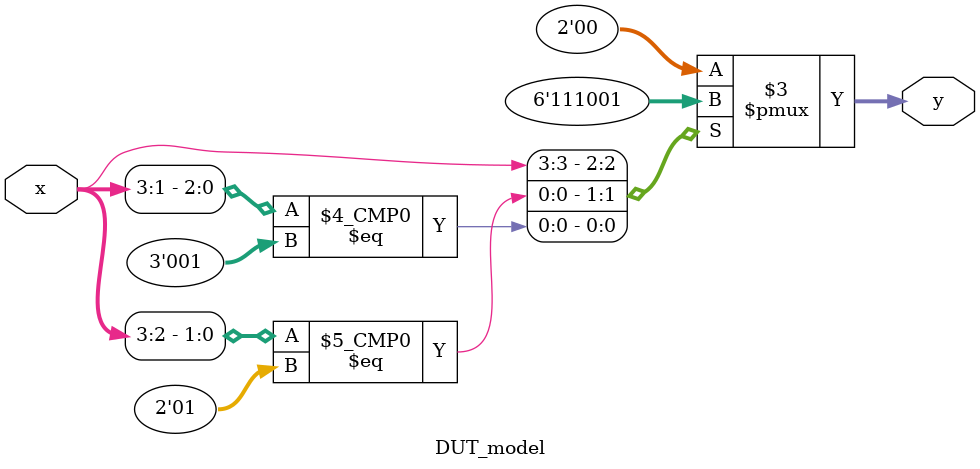
<source format=v>
module DUT_model (
    input [3:0] x,
    output reg [1:0] y
);
    always @(*) begin
        casex (x)
            'b1XXX: y = 'b11;
            'b01XX: y = 'b10;
            'b001X: y = 'b01;
            default: y = 'b00;
        endcase
    end
endmodule
</source>
